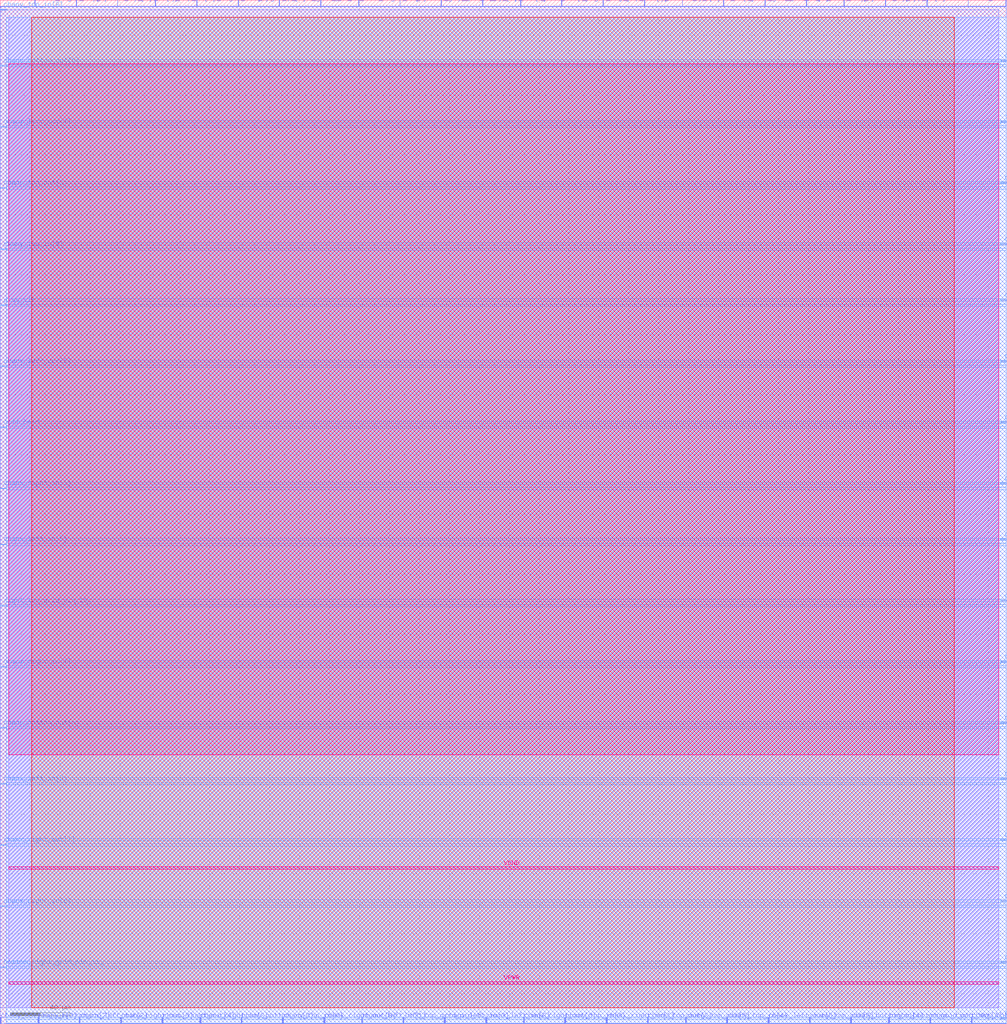
<source format=lef>
VERSION 5.7 ;
  NOWIREEXTENSIONATPIN ON ;
  DIVIDERCHAR "/" ;
  BUSBITCHARS "[]" ;
MACRO sb_1__1_
  CLASS BLOCK ;
  FOREIGN sb_1__1_ ;
  ORIGIN 0.000 0.000 ;
  SIZE 672.585 BY 683.305 ;
  PIN bottom_left_grid_pin_13_
    DIRECTION INPUT ;
    PORT
      LAYER met2 ;
        RECT 483.090 679.305 483.370 683.305 ;
    END
  END bottom_left_grid_pin_13_
  PIN bottom_right_grid_pin_11_
    DIRECTION INPUT ;
    PORT
      LAYER met3 ;
        RECT 0.000 37.440 4.000 38.040 ;
    END
  END bottom_right_grid_pin_11_
  PIN ccff_head
    DIRECTION INPUT ;
    PORT
      LAYER met3 ;
        RECT 0.000 397.840 4.000 398.440 ;
    END
  END ccff_head
  PIN ccff_tail
    DIRECTION OUTPUT TRISTATE ;
    PORT
      LAYER met2 ;
        RECT 213.990 679.305 214.270 683.305 ;
    END
  END ccff_tail
  PIN chanx_left_in[0]
    DIRECTION INPUT ;
    PORT
      LAYER met3 ;
        RECT 668.585 360.440 672.585 361.040 ;
    END
  END chanx_left_in[0]
  PIN chanx_left_in[1]
    DIRECTION INPUT ;
    PORT
      LAYER met2 ;
        RECT 241.590 0.000 241.870 4.000 ;
    END
  END chanx_left_in[1]
  PIN chanx_left_in[2]
    DIRECTION INPUT ;
    PORT
      LAYER met2 ;
        RECT 296.790 0.000 297.070 4.000 ;
    END
  END chanx_left_in[2]
  PIN chanx_left_in[3]
    DIRECTION INPUT ;
    PORT
      LAYER met3 ;
        RECT 668.585 442.040 672.585 442.640 ;
    END
  END chanx_left_in[3]
  PIN chanx_left_in[4]
    DIRECTION INPUT ;
    PORT
      LAYER met2 ;
        RECT 510.690 679.305 510.970 683.305 ;
    END
  END chanx_left_in[4]
  PIN chanx_left_in[5]
    DIRECTION INPUT ;
    PORT
      LAYER met3 ;
        RECT 0.000 319.640 4.000 320.240 ;
    END
  END chanx_left_in[5]
  PIN chanx_left_in[6]
    DIRECTION INPUT ;
    PORT
      LAYER met3 ;
        RECT 0.000 159.840 4.000 160.440 ;
    END
  END chanx_left_in[6]
  PIN chanx_left_in[7]
    DIRECTION INPUT ;
    PORT
      LAYER met2 ;
        RECT 646.390 679.305 646.670 683.305 ;
    END
  END chanx_left_in[7]
  PIN chanx_left_in[8]
    DIRECTION INPUT ;
    PORT
      LAYER met2 ;
        RECT 324.390 0.000 324.670 4.000 ;
    END
  END chanx_left_in[8]
  PIN chanx_left_out[0]
    DIRECTION OUTPUT TRISTATE ;
    PORT
      LAYER met2 ;
        RECT 347.390 679.305 347.670 683.305 ;
    END
  END chanx_left_out[0]
  PIN chanx_left_out[1]
    DIRECTION OUTPUT TRISTATE ;
    PORT
      LAYER met3 ;
        RECT 668.585 323.040 672.585 323.640 ;
    END
  END chanx_left_out[1]
  PIN chanx_left_out[2]
    DIRECTION OUTPUT TRISTATE ;
    PORT
      LAYER met2 ;
        RECT 52.990 0.000 53.270 4.000 ;
    END
  END chanx_left_out[2]
  PIN chanx_left_out[3]
    DIRECTION OUTPUT TRISTATE ;
    PORT
      LAYER met3 ;
        RECT 0.000 438.640 4.000 439.240 ;
    END
  END chanx_left_out[3]
  PIN chanx_left_out[4]
    DIRECTION OUTPUT TRISTATE ;
    PORT
      LAYER met2 ;
        RECT 538.290 679.305 538.570 683.305 ;
    END
  END chanx_left_out[4]
  PIN chanx_left_out[5]
    DIRECTION OUTPUT TRISTATE ;
    PORT
      LAYER met2 ;
        RECT 512.990 0.000 513.270 4.000 ;
    END
  END chanx_left_out[5]
  PIN chanx_left_out[6]
    DIRECTION OUTPUT TRISTATE ;
    PORT
      LAYER met3 ;
        RECT 668.585 3.440 672.585 4.040 ;
    END
  END chanx_left_out[6]
  PIN chanx_left_out[7]
    DIRECTION OUTPUT TRISTATE ;
    PORT
      LAYER met3 ;
        RECT 0.000 598.440 4.000 599.040 ;
    END
  END chanx_left_out[7]
  PIN chanx_left_out[8]
    DIRECTION OUTPUT TRISTATE ;
    PORT
      LAYER met3 ;
        RECT 668.585 561.040 672.585 561.640 ;
    END
  END chanx_left_out[8]
  PIN chanx_right_in[0]
    DIRECTION INPUT ;
    PORT
      LAYER met2 ;
        RECT 374.990 679.305 375.270 683.305 ;
    END
  END chanx_right_in[0]
  PIN chanx_right_in[1]
    DIRECTION INPUT ;
    PORT
      LAYER met2 ;
        RECT 404.890 0.000 405.170 4.000 ;
    END
  END chanx_right_in[1]
  PIN chanx_right_in[2]
    DIRECTION INPUT ;
    PORT
      LAYER met3 ;
        RECT 0.000 357.040 4.000 357.640 ;
    END
  END chanx_right_in[2]
  PIN chanx_right_in[3]
    DIRECTION INPUT ;
    PORT
      LAYER met2 ;
        RECT 133.490 0.000 133.770 4.000 ;
    END
  END chanx_right_in[3]
  PIN chanx_right_in[4]
    DIRECTION INPUT ;
    PORT
      LAYER met3 ;
        RECT 668.585 482.840 672.585 483.440 ;
    END
  END chanx_right_in[4]
  PIN chanx_right_in[5]
    DIRECTION INPUT ;
    PORT
      LAYER met2 ;
        RECT 158.790 679.305 159.070 683.305 ;
    END
  END chanx_right_in[5]
  PIN chanx_right_in[6]
    DIRECTION INPUT ;
    PORT
      LAYER met3 ;
        RECT 0.000 78.240 4.000 78.840 ;
    END
  END chanx_right_in[6]
  PIN chanx_right_in[7]
    DIRECTION INPUT ;
    PORT
      LAYER met3 ;
        RECT 0.000 238.040 4.000 238.640 ;
    END
  END chanx_right_in[7]
  PIN chanx_right_in[8]
    DIRECTION INPUT ;
    PORT
      LAYER met2 ;
        RECT 239.290 679.305 239.570 683.305 ;
    END
  END chanx_right_in[8]
  PIN chanx_right_out[0]
    DIRECTION OUTPUT TRISTATE ;
    PORT
      LAYER met2 ;
        RECT 621.090 0.000 621.370 4.000 ;
    END
  END chanx_right_out[0]
  PIN chanx_right_out[1]
    DIRECTION OUTPUT TRISTATE ;
    PORT
      LAYER met2 ;
        RECT 23.090 679.305 23.370 683.305 ;
    END
  END chanx_right_out[1]
  PIN chanx_right_out[2]
    DIRECTION OUTPUT TRISTATE ;
    PORT
      LAYER met3 ;
        RECT 668.585 40.840 672.585 41.440 ;
    END
  END chanx_right_out[2]
  PIN chanx_right_out[3]
    DIRECTION OUTPUT TRISTATE ;
    PORT
      LAYER met2 ;
        RECT 131.190 679.305 131.470 683.305 ;
    END
  END chanx_right_out[3]
  PIN chanx_right_out[4]
    DIRECTION OUTPUT TRISTATE ;
    PORT
      LAYER met2 ;
        RECT 108.190 0.000 108.470 4.000 ;
    END
  END chanx_right_out[4]
  PIN chanx_right_out[5]
    DIRECTION OUTPUT TRISTATE ;
    PORT
      LAYER met2 ;
        RECT 80.590 0.000 80.870 4.000 ;
    END
  END chanx_right_out[5]
  PIN chanx_right_out[6]
    DIRECTION OUTPUT TRISTATE ;
    PORT
      LAYER met2 ;
        RECT 349.690 0.000 349.970 4.000 ;
    END
  END chanx_right_out[6]
  PIN chanx_right_out[7]
    DIRECTION OUTPUT TRISTATE ;
    PORT
      LAYER met3 ;
        RECT 0.000 119.040 4.000 119.640 ;
    END
  END chanx_right_out[7]
  PIN chanx_right_out[8]
    DIRECTION OUTPUT TRISTATE ;
    PORT
      LAYER met2 ;
        RECT 216.290 0.000 216.570 4.000 ;
    END
  END chanx_right_out[8]
  PIN chany_bottom_in[0]
    DIRECTION INPUT ;
    PORT
      LAYER met2 ;
        RECT 161.090 0.000 161.370 4.000 ;
    END
  END chany_bottom_in[0]
  PIN chany_bottom_in[1]
    DIRECTION INPUT ;
    PORT
      LAYER met2 ;
        RECT 563.590 679.305 563.870 683.305 ;
    END
  END chany_bottom_in[1]
  PIN chany_bottom_in[2]
    DIRECTION INPUT ;
    PORT
      LAYER met2 ;
        RECT 25.390 0.000 25.670 4.000 ;
    END
  END chany_bottom_in[2]
  PIN chany_bottom_in[3]
    DIRECTION INPUT ;
    PORT
      LAYER met3 ;
        RECT 668.585 282.240 672.585 282.840 ;
    END
  END chany_bottom_in[3]
  PIN chany_bottom_in[4]
    DIRECTION INPUT ;
    PORT
      LAYER met2 ;
        RECT 568.190 0.000 568.470 4.000 ;
    END
  END chany_bottom_in[4]
  PIN chany_bottom_in[5]
    DIRECTION INPUT ;
    PORT
      LAYER met2 ;
        RECT 455.490 679.305 455.770 683.305 ;
    END
  END chany_bottom_in[5]
  PIN chany_bottom_in[6]
    DIRECTION INPUT ;
    PORT
      LAYER met3 ;
        RECT 668.585 520.240 672.585 520.840 ;
    END
  END chany_bottom_in[6]
  PIN chany_bottom_in[7]
    DIRECTION INPUT ;
    PORT
      LAYER met3 ;
        RECT 668.585 241.440 672.585 242.040 ;
    END
  END chany_bottom_in[7]
  PIN chany_bottom_in[8]
    DIRECTION INPUT ;
    PORT
      LAYER met2 ;
        RECT 648.690 0.000 648.970 4.000 ;
    END
  END chany_bottom_in[8]
  PIN chany_bottom_out[0]
    DIRECTION OUTPUT TRISTATE ;
    PORT
      LAYER met3 ;
        RECT 0.000 197.240 4.000 197.840 ;
    END
  END chany_bottom_out[0]
  PIN chany_bottom_out[1]
    DIRECTION OUTPUT TRISTATE ;
    PORT
      LAYER met2 ;
        RECT 294.490 679.305 294.770 683.305 ;
    END
  END chany_bottom_out[1]
  PIN chany_bottom_out[2]
    DIRECTION OUTPUT TRISTATE ;
    PORT
      LAYER met3 ;
        RECT 668.585 200.640 672.585 201.240 ;
    END
  END chany_bottom_out[2]
  PIN chany_bottom_out[3]
    DIRECTION OUTPUT TRISTATE ;
    PORT
      LAYER met3 ;
        RECT 668.585 163.240 672.585 163.840 ;
    END
  END chany_bottom_out[3]
  PIN chany_bottom_out[4]
    DIRECTION OUTPUT TRISTATE ;
    PORT
      LAYER met2 ;
        RECT 430.190 679.305 430.470 683.305 ;
    END
  END chany_bottom_out[4]
  PIN chany_bottom_out[5]
    DIRECTION OUTPUT TRISTATE ;
    PORT
      LAYER met3 ;
        RECT 668.585 642.640 672.585 643.240 ;
    END
  END chany_bottom_out[5]
  PIN chany_bottom_out[6]
    DIRECTION OUTPUT TRISTATE ;
    PORT
      LAYER met3 ;
        RECT 0.000 639.240 4.000 639.840 ;
    END
  END chany_bottom_out[6]
  PIN chany_bottom_out[7]
    DIRECTION OUTPUT TRISTATE ;
    PORT
      LAYER met2 ;
        RECT 0.090 0.000 0.370 4.000 ;
    END
  END chany_bottom_out[7]
  PIN chany_bottom_out[8]
    DIRECTION OUTPUT TRISTATE ;
    PORT
      LAYER met2 ;
        RECT 50.690 679.305 50.970 683.305 ;
    END
  END chany_bottom_out[8]
  PIN chany_top_in[0]
    DIRECTION INPUT ;
    PORT
      LAYER met2 ;
        RECT 188.690 0.000 188.970 4.000 ;
    END
  END chany_top_in[0]
  PIN chany_top_in[1]
    DIRECTION INPUT ;
    PORT
      LAYER met2 ;
        RECT 103.590 679.305 103.870 683.305 ;
    END
  END chany_top_in[1]
  PIN chany_top_in[2]
    DIRECTION INPUT ;
    PORT
      LAYER met2 ;
        RECT 78.290 679.305 78.570 683.305 ;
    END
  END chany_top_in[2]
  PIN chany_top_in[3]
    DIRECTION INPUT ;
    PORT
      LAYER met2 ;
        RECT 377.290 0.000 377.570 4.000 ;
    END
  END chany_top_in[3]
  PIN chany_top_in[4]
    DIRECTION INPUT ;
    PORT
      LAYER met2 ;
        RECT 485.390 0.000 485.670 4.000 ;
    END
  END chany_top_in[4]
  PIN chany_top_in[5]
    DIRECTION INPUT ;
    PORT
      LAYER met2 ;
        RECT 591.190 679.305 591.470 683.305 ;
    END
  END chany_top_in[5]
  PIN chany_top_in[6]
    DIRECTION INPUT ;
    PORT
      LAYER met3 ;
        RECT 0.000 516.840 4.000 517.440 ;
    END
  END chany_top_in[6]
  PIN chany_top_in[7]
    DIRECTION INPUT ;
    PORT
      LAYER met3 ;
        RECT 668.585 81.640 672.585 82.240 ;
    END
  END chany_top_in[7]
  PIN chany_top_in[8]
    DIRECTION INPUT ;
    PORT
      LAYER met3 ;
        RECT 0.000 676.640 4.000 677.240 ;
    END
  END chany_top_in[8]
  PIN chany_top_out[0]
    DIRECTION OUTPUT TRISTATE ;
    PORT
      LAYER met2 ;
        RECT 402.590 679.305 402.870 683.305 ;
    END
  END chany_top_out[0]
  PIN chany_top_out[1]
    DIRECTION OUTPUT TRISTATE ;
    PORT
      LAYER met3 ;
        RECT 668.585 122.440 672.585 123.040 ;
    END
  END chany_top_out[1]
  PIN chany_top_out[2]
    DIRECTION OUTPUT TRISTATE ;
    PORT
      LAYER met3 ;
        RECT 0.000 557.640 4.000 558.240 ;
    END
  END chany_top_out[2]
  PIN chany_top_out[3]
    DIRECTION OUTPUT TRISTATE ;
    PORT
      LAYER met2 ;
        RECT 432.490 0.000 432.770 4.000 ;
    END
  END chany_top_out[3]
  PIN chany_top_out[4]
    DIRECTION OUTPUT TRISTATE ;
    PORT
      LAYER met2 ;
        RECT 322.090 679.305 322.370 683.305 ;
    END
  END chany_top_out[4]
  PIN chany_top_out[5]
    DIRECTION OUTPUT TRISTATE ;
    PORT
      LAYER met2 ;
        RECT 540.590 0.000 540.870 4.000 ;
    END
  END chany_top_out[5]
  PIN chany_top_out[6]
    DIRECTION OUTPUT TRISTATE ;
    PORT
      LAYER met2 ;
        RECT 457.790 0.000 458.070 4.000 ;
    END
  END chany_top_out[6]
  PIN chany_top_out[7]
    DIRECTION OUTPUT TRISTATE ;
    PORT
      LAYER met2 ;
        RECT 671.690 679.305 671.970 683.305 ;
    END
  END chany_top_out[7]
  PIN chany_top_out[8]
    DIRECTION OUTPUT TRISTATE ;
    PORT
      LAYER met3 ;
        RECT 668.585 401.240 672.585 401.840 ;
    END
  END chany_top_out[8]
  PIN left_bottom_grid_pin_12_
    DIRECTION INPUT ;
    PORT
      LAYER met2 ;
        RECT 266.890 679.305 267.170 683.305 ;
    END
  END left_bottom_grid_pin_12_
  PIN left_top_grid_pin_10_
    DIRECTION INPUT ;
    PORT
      LAYER met2 ;
        RECT 269.190 0.000 269.470 4.000 ;
    END
  END left_top_grid_pin_10_
  PIN pReset
    DIRECTION INPUT ;
    PORT
      LAYER met2 ;
        RECT 618.790 679.305 619.070 683.305 ;
    END
  END pReset
  PIN prog_clk
    DIRECTION INPUT ;
    PORT
      LAYER met3 ;
        RECT 0.000 479.440 4.000 480.040 ;
    END
  END prog_clk
  PIN right_bottom_grid_pin_12_
    DIRECTION INPUT ;
    PORT
      LAYER met2 ;
        RECT 593.490 0.000 593.770 4.000 ;
    END
  END right_bottom_grid_pin_12_
  PIN right_top_grid_pin_10_
    DIRECTION INPUT ;
    PORT
      LAYER met3 ;
        RECT 0.000 278.840 4.000 279.440 ;
    END
  END right_top_grid_pin_10_
  PIN top_left_grid_pin_13_
    DIRECTION INPUT ;
    PORT
      LAYER met2 ;
        RECT 186.390 679.305 186.670 683.305 ;
    END
  END top_left_grid_pin_13_
  PIN top_right_grid_pin_11_
    DIRECTION INPUT ;
    PORT
      LAYER met3 ;
        RECT 668.585 601.840 672.585 602.440 ;
    END
  END top_right_grid_pin_11_
  PIN VPWR
    DIRECTION INPUT ;
    USE POWER ;
    PORT
      LAYER met5 ;
        RECT 5.520 26.490 667.000 28.090 ;
    END
  END VPWR
  PIN VGND
    DIRECTION INPUT ;
    USE GROUND ;
    PORT
      LAYER met5 ;
        RECT 5.520 103.080 667.000 104.680 ;
    END
  END VGND
  OBS
      LAYER li1 ;
        RECT 5.520 10.795 667.000 671.925 ;
      LAYER met1 ;
        RECT 0.070 10.640 667.000 676.900 ;
      LAYER met2 ;
        RECT 0.100 679.025 22.810 679.305 ;
        RECT 23.650 679.025 50.410 679.305 ;
        RECT 51.250 679.025 78.010 679.305 ;
        RECT 78.850 679.025 103.310 679.305 ;
        RECT 104.150 679.025 130.910 679.305 ;
        RECT 131.750 679.025 158.510 679.305 ;
        RECT 159.350 679.025 186.110 679.305 ;
        RECT 186.950 679.025 213.710 679.305 ;
        RECT 214.550 679.025 239.010 679.305 ;
        RECT 239.850 679.025 266.610 679.305 ;
        RECT 267.450 679.025 294.210 679.305 ;
        RECT 295.050 679.025 321.810 679.305 ;
        RECT 322.650 679.025 347.110 679.305 ;
        RECT 347.950 679.025 374.710 679.305 ;
        RECT 375.550 679.025 402.310 679.305 ;
        RECT 403.150 679.025 429.910 679.305 ;
        RECT 430.750 679.025 455.210 679.305 ;
        RECT 456.050 679.025 482.810 679.305 ;
        RECT 483.650 679.025 510.410 679.305 ;
        RECT 511.250 679.025 538.010 679.305 ;
        RECT 538.850 679.025 563.310 679.305 ;
        RECT 564.150 679.025 590.910 679.305 ;
        RECT 591.750 679.025 618.510 679.305 ;
        RECT 619.350 679.025 646.110 679.305 ;
        RECT 646.950 679.025 671.410 679.305 ;
        RECT 0.100 4.280 671.970 679.025 ;
        RECT 0.650 0.155 25.110 4.280 ;
        RECT 25.950 0.155 52.710 4.280 ;
        RECT 53.550 0.155 80.310 4.280 ;
        RECT 81.150 0.155 107.910 4.280 ;
        RECT 108.750 0.155 133.210 4.280 ;
        RECT 134.050 0.155 160.810 4.280 ;
        RECT 161.650 0.155 188.410 4.280 ;
        RECT 189.250 0.155 216.010 4.280 ;
        RECT 216.850 0.155 241.310 4.280 ;
        RECT 242.150 0.155 268.910 4.280 ;
        RECT 269.750 0.155 296.510 4.280 ;
        RECT 297.350 0.155 324.110 4.280 ;
        RECT 324.950 0.155 349.410 4.280 ;
        RECT 350.250 0.155 377.010 4.280 ;
        RECT 377.850 0.155 404.610 4.280 ;
        RECT 405.450 0.155 432.210 4.280 ;
        RECT 433.050 0.155 457.510 4.280 ;
        RECT 458.350 0.155 485.110 4.280 ;
        RECT 485.950 0.155 512.710 4.280 ;
        RECT 513.550 0.155 540.310 4.280 ;
        RECT 541.150 0.155 567.910 4.280 ;
        RECT 568.750 0.155 593.210 4.280 ;
        RECT 594.050 0.155 620.810 4.280 ;
        RECT 621.650 0.155 648.410 4.280 ;
        RECT 649.250 0.155 671.970 4.280 ;
      LAYER met3 ;
        RECT 3.990 643.640 671.995 672.005 ;
        RECT 3.990 642.240 668.185 643.640 ;
        RECT 3.990 640.240 671.995 642.240 ;
        RECT 4.400 638.840 671.995 640.240 ;
        RECT 3.990 602.840 671.995 638.840 ;
        RECT 3.990 601.440 668.185 602.840 ;
        RECT 3.990 599.440 671.995 601.440 ;
        RECT 4.400 598.040 671.995 599.440 ;
        RECT 3.990 562.040 671.995 598.040 ;
        RECT 3.990 560.640 668.185 562.040 ;
        RECT 3.990 558.640 671.995 560.640 ;
        RECT 4.400 557.240 671.995 558.640 ;
        RECT 3.990 521.240 671.995 557.240 ;
        RECT 3.990 519.840 668.185 521.240 ;
        RECT 3.990 517.840 671.995 519.840 ;
        RECT 4.400 516.440 671.995 517.840 ;
        RECT 3.990 483.840 671.995 516.440 ;
        RECT 3.990 482.440 668.185 483.840 ;
        RECT 3.990 480.440 671.995 482.440 ;
        RECT 4.400 479.040 671.995 480.440 ;
        RECT 3.990 443.040 671.995 479.040 ;
        RECT 3.990 441.640 668.185 443.040 ;
        RECT 3.990 439.640 671.995 441.640 ;
        RECT 4.400 438.240 671.995 439.640 ;
        RECT 3.990 402.240 671.995 438.240 ;
        RECT 3.990 400.840 668.185 402.240 ;
        RECT 3.990 398.840 671.995 400.840 ;
        RECT 4.400 397.440 671.995 398.840 ;
        RECT 3.990 361.440 671.995 397.440 ;
        RECT 3.990 360.040 668.185 361.440 ;
        RECT 3.990 358.040 671.995 360.040 ;
        RECT 4.400 356.640 671.995 358.040 ;
        RECT 3.990 324.040 671.995 356.640 ;
        RECT 3.990 322.640 668.185 324.040 ;
        RECT 3.990 320.640 671.995 322.640 ;
        RECT 4.400 319.240 671.995 320.640 ;
        RECT 3.990 283.240 671.995 319.240 ;
        RECT 3.990 281.840 668.185 283.240 ;
        RECT 3.990 279.840 671.995 281.840 ;
        RECT 4.400 278.440 671.995 279.840 ;
        RECT 3.990 242.440 671.995 278.440 ;
        RECT 3.990 241.040 668.185 242.440 ;
        RECT 3.990 239.040 671.995 241.040 ;
        RECT 4.400 237.640 671.995 239.040 ;
        RECT 3.990 201.640 671.995 237.640 ;
        RECT 3.990 200.240 668.185 201.640 ;
        RECT 3.990 198.240 671.995 200.240 ;
        RECT 4.400 196.840 671.995 198.240 ;
        RECT 3.990 164.240 671.995 196.840 ;
        RECT 3.990 162.840 668.185 164.240 ;
        RECT 3.990 160.840 671.995 162.840 ;
        RECT 4.400 159.440 671.995 160.840 ;
        RECT 3.990 123.440 671.995 159.440 ;
        RECT 3.990 122.040 668.185 123.440 ;
        RECT 3.990 120.040 671.995 122.040 ;
        RECT 4.400 118.640 671.995 120.040 ;
        RECT 3.990 82.640 671.995 118.640 ;
        RECT 3.990 81.240 668.185 82.640 ;
        RECT 3.990 79.240 671.995 81.240 ;
        RECT 4.400 77.840 671.995 79.240 ;
        RECT 3.990 41.840 671.995 77.840 ;
        RECT 3.990 40.440 668.185 41.840 ;
        RECT 3.990 38.440 671.995 40.440 ;
        RECT 4.400 37.040 671.995 38.440 ;
        RECT 3.990 4.440 671.995 37.040 ;
        RECT 3.990 3.040 668.185 4.440 ;
        RECT 3.990 0.175 671.995 3.040 ;
      LAYER met4 ;
        RECT 21.040 10.640 637.040 672.080 ;
      LAYER met5 ;
        RECT 5.520 179.670 667.000 640.810 ;
  END
END sb_1__1_
END LIBRARY


</source>
